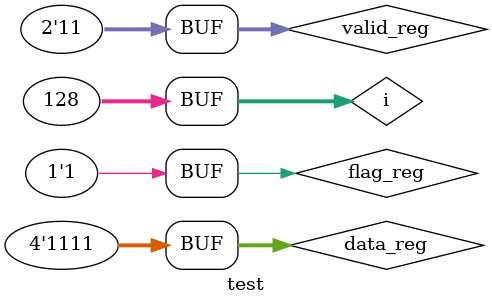
<source format=v>
`timescale 1ns / 100ps


module test(

    );
    reg [3:0] data_reg;
    reg [1:0] valid_reg;
    reg flag_reg;

    wire valid_data_wire;

    integer i;
    
    mux_latch mux1(data_reg, valid_reg, flag_reg, valid_data_wire);
    initial
    begin
      for(i = 0; i < 128; i=i+1) 
      begin
        #50 data_reg[3:0] = i & 15;
        valid_reg[1:0] = (i>>4) & 3;
        flag_reg = (i>>6) & 1;
        if(valid_data_wire == 0) 
            $display("killing ", $time, i);
        else 
            $display("saving  ", $time, i);
      end
    end
endmodule

</source>
